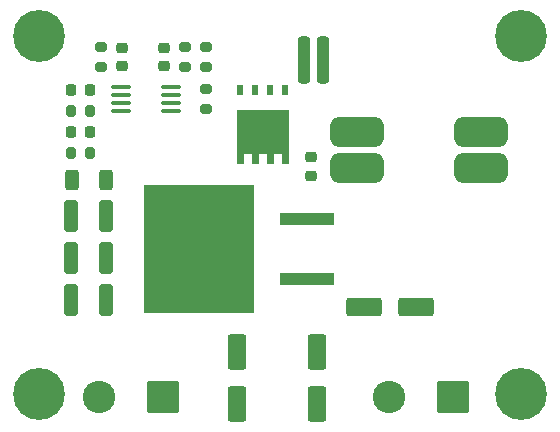
<source format=gbr>
%TF.GenerationSoftware,KiCad,Pcbnew,6.0.2-378541a8eb~116~ubuntu20.04.1*%
%TF.CreationDate,2022-03-03T17:18:27-05:00*%
%TF.ProjectId,cold-start-power-supply,636f6c64-2d73-4746-9172-742d706f7765,rev?*%
%TF.SameCoordinates,Original*%
%TF.FileFunction,Soldermask,Top*%
%TF.FilePolarity,Negative*%
%FSLAX46Y46*%
G04 Gerber Fmt 4.6, Leading zero omitted, Abs format (unit mm)*
G04 Created by KiCad (PCBNEW 6.0.2-378541a8eb~116~ubuntu20.04.1) date 2022-03-03 17:18:27*
%MOMM*%
%LPD*%
G01*
G04 APERTURE LIST*
G04 Aperture macros list*
%AMRoundRect*
0 Rectangle with rounded corners*
0 $1 Rounding radius*
0 $2 $3 $4 $5 $6 $7 $8 $9 X,Y pos of 4 corners*
0 Add a 4 corners polygon primitive as box body*
4,1,4,$2,$3,$4,$5,$6,$7,$8,$9,$2,$3,0*
0 Add four circle primitives for the rounded corners*
1,1,$1+$1,$2,$3*
1,1,$1+$1,$4,$5*
1,1,$1+$1,$6,$7*
1,1,$1+$1,$8,$9*
0 Add four rect primitives between the rounded corners*
20,1,$1+$1,$2,$3,$4,$5,0*
20,1,$1+$1,$4,$5,$6,$7,0*
20,1,$1+$1,$6,$7,$8,$9,0*
20,1,$1+$1,$8,$9,$2,$3,0*%
%AMFreePoly0*
4,1,17,2.675000,1.605000,1.875000,1.605000,1.875000,0.935000,2.675000,0.935000,2.675000,0.335000,1.875000,0.335000,1.875000,-0.335000,2.675000,-0.335000,2.675000,-0.935000,1.875000,-0.935000,1.875000,-1.605000,2.675000,-1.605000,2.675000,-2.205000,-1.875000,-2.205000,-1.875000,2.205000,2.675000,2.205000,2.675000,1.605000,2.675000,1.605000,$1*%
G04 Aperture macros list end*
%ADD10C,0.700000*%
%ADD11C,4.400000*%
%ADD12RoundRect,0.250000X1.125000X1.125000X-1.125000X1.125000X-1.125000X-1.125000X1.125000X-1.125000X0*%
%ADD13C,2.750000*%
%ADD14R,4.600000X1.100000*%
%ADD15R,9.400000X10.800000*%
%ADD16RoundRect,0.250000X-0.250000X-1.750000X0.250000X-1.750000X0.250000X1.750000X-0.250000X1.750000X0*%
%ADD17RoundRect,0.625000X1.625000X0.625000X-1.625000X0.625000X-1.625000X-0.625000X1.625000X-0.625000X0*%
%ADD18RoundRect,0.225000X0.250000X-0.225000X0.250000X0.225000X-0.250000X0.225000X-0.250000X-0.225000X0*%
%ADD19RoundRect,0.200000X-0.275000X0.200000X-0.275000X-0.200000X0.275000X-0.200000X0.275000X0.200000X0*%
%ADD20RoundRect,0.250000X0.550000X-1.250000X0.550000X1.250000X-0.550000X1.250000X-0.550000X-1.250000X0*%
%ADD21RoundRect,0.225000X0.225000X0.250000X-0.225000X0.250000X-0.225000X-0.250000X0.225000X-0.250000X0*%
%ADD22FreePoly0,270.000000*%
%ADD23R,0.500000X0.850000*%
%ADD24RoundRect,0.100000X-0.712500X-0.100000X0.712500X-0.100000X0.712500X0.100000X-0.712500X0.100000X0*%
%ADD25RoundRect,0.250000X0.325000X1.100000X-0.325000X1.100000X-0.325000X-1.100000X0.325000X-1.100000X0*%
%ADD26RoundRect,0.250000X1.250000X0.550000X-1.250000X0.550000X-1.250000X-0.550000X1.250000X-0.550000X0*%
%ADD27RoundRect,0.250000X0.312500X0.625000X-0.312500X0.625000X-0.312500X-0.625000X0.312500X-0.625000X0*%
%ADD28RoundRect,0.200000X0.200000X0.275000X-0.200000X0.275000X-0.200000X-0.275000X0.200000X-0.275000X0*%
%ADD29RoundRect,0.200000X0.275000X-0.200000X0.275000X0.200000X-0.275000X0.200000X-0.275000X-0.200000X0*%
G04 APERTURE END LIST*
D10*
%TO.C,H4*%
X155344726Y-111783726D03*
X154178000Y-108967000D03*
X153011274Y-109450274D03*
X152528000Y-110617000D03*
X155344726Y-109450274D03*
X153011274Y-111783726D03*
X154178000Y-112267000D03*
D11*
X154178000Y-110617000D03*
D10*
X155828000Y-110617000D03*
%TD*%
%TO.C,H3*%
X114577726Y-111783726D03*
X113411000Y-108967000D03*
X112244274Y-109450274D03*
X111761000Y-110617000D03*
X114577726Y-109450274D03*
X112244274Y-111783726D03*
X113411000Y-112267000D03*
D11*
X113411000Y-110617000D03*
D10*
X115061000Y-110617000D03*
%TD*%
%TO.C,H2*%
X155344726Y-81430726D03*
X154178000Y-78614000D03*
X153011274Y-79097274D03*
X152528000Y-80264000D03*
X155344726Y-79097274D03*
X153011274Y-81430726D03*
X154178000Y-81914000D03*
D11*
X154178000Y-80264000D03*
D10*
X155828000Y-80264000D03*
%TD*%
%TO.C,H1*%
X114577726Y-81430726D03*
X113411000Y-78614000D03*
X112244274Y-79097274D03*
X111761000Y-80264000D03*
X114577726Y-79097274D03*
X112244274Y-81430726D03*
X113411000Y-81914000D03*
D11*
X113411000Y-80264000D03*
D10*
X115061000Y-80264000D03*
%TD*%
D12*
%TO.C,J2*%
X123858000Y-110871000D03*
D13*
X118458000Y-110871000D03*
%TD*%
D12*
%TO.C,J1*%
X148402000Y-110871000D03*
D13*
X143002000Y-110871000D03*
%TD*%
D14*
%TO.C,D1*%
X136077000Y-95758000D03*
D15*
X126927000Y-98298000D03*
D14*
X136077000Y-100838000D03*
%TD*%
D16*
%TO.C,R6*%
X135852000Y-82296000D03*
X137452000Y-82296000D03*
%TD*%
D17*
%TO.C,L1*%
X150792000Y-91416000D03*
X150792000Y-88416000D03*
X140292000Y-88416000D03*
X140292000Y-91416000D03*
%TD*%
D18*
%TO.C,C7*%
X120396000Y-82830000D03*
X120396000Y-81280000D03*
%TD*%
D19*
%TO.C,R5*%
X118618000Y-81217000D03*
X118618000Y-82867000D03*
%TD*%
D20*
%TO.C,C3*%
X130175000Y-111420000D03*
X130175000Y-107020000D03*
%TD*%
D21*
%TO.C,C5*%
X117678000Y-84836000D03*
X116128000Y-84836000D03*
%TD*%
D22*
%TO.C,Q1*%
X132334000Y-88392000D03*
D23*
X134239000Y-84842000D03*
X132969000Y-84842000D03*
X131699000Y-84842000D03*
X130429000Y-84842000D03*
%TD*%
D24*
%TO.C,IC1*%
X120315500Y-84623000D03*
X120315500Y-85273000D03*
X120315500Y-85923000D03*
X120315500Y-86573000D03*
X124540500Y-86573000D03*
X124540500Y-85923000D03*
X124540500Y-85273000D03*
X124540500Y-84623000D03*
%TD*%
D25*
%TO.C,C11*%
X116078000Y-102616000D03*
X119028000Y-102616000D03*
%TD*%
D21*
%TO.C,C6*%
X117678000Y-88392000D03*
X116128000Y-88392000D03*
%TD*%
D26*
%TO.C,C2*%
X140929000Y-103251000D03*
X145329000Y-103251000D03*
%TD*%
D27*
%TO.C,R7*%
X116139500Y-92456000D03*
X119064500Y-92456000D03*
%TD*%
D28*
%TO.C,R2*%
X117728000Y-86614000D03*
X116078000Y-86614000D03*
%TD*%
%TO.C,R8*%
X116078000Y-90170000D03*
X117728000Y-90170000D03*
%TD*%
D18*
%TO.C,C4*%
X123952000Y-82830000D03*
X123952000Y-81280000D03*
%TD*%
D19*
%TO.C,R1*%
X125730000Y-81217000D03*
X125730000Y-82867000D03*
%TD*%
D20*
%TO.C,C1*%
X136906000Y-111420000D03*
X136906000Y-107020000D03*
%TD*%
D25*
%TO.C,C9*%
X116127000Y-95504000D03*
X119077000Y-95504000D03*
%TD*%
D18*
%TO.C,C8*%
X136398000Y-92088000D03*
X136398000Y-90538000D03*
%TD*%
D19*
%TO.C,R3*%
X127508000Y-81217000D03*
X127508000Y-82867000D03*
%TD*%
D29*
%TO.C,R4*%
X127508000Y-86423000D03*
X127508000Y-84773000D03*
%TD*%
D25*
%TO.C,C10*%
X116127000Y-99060000D03*
X119077000Y-99060000D03*
%TD*%
M02*

</source>
